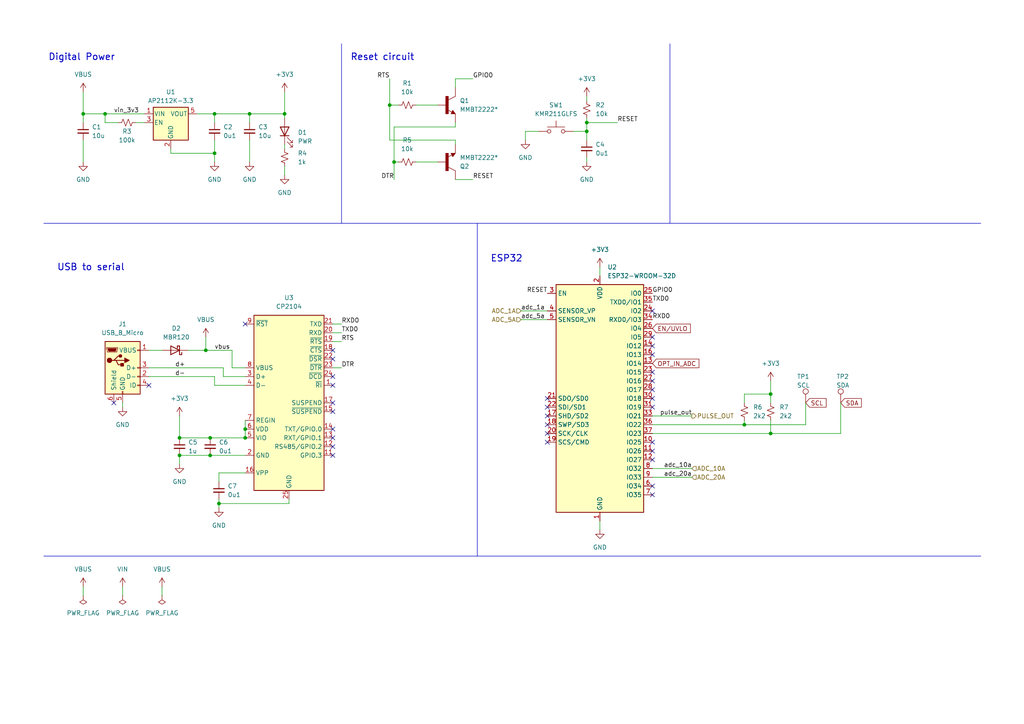
<source format=kicad_sch>
(kicad_sch (version 20230121) (generator eeschema)
  (paper "A4")
  (lib_symbols
    (symbol "Connector:TestPoint" (pin_numbers hide) (pin_names (offset 0.762) hide)
      (property "Reference" "TP" (at 0 6.858 0))
      (property "Value" "TestPoint" (at 0 5.08 0))
      (symbol "TestPoint_0_1"
        (circle (center 0 3.302) (radius 0.762))
      )
      (symbol "TestPoint_1_1"
        (pin passive line (at 0 0 90) (length 2.54) (name "1") (number "1"))
      )
    )
    (symbol "Connector:USB_B_Micro" (pin_names (offset 1.016))
      (property "Reference" "J" (at -5.08 11.43 0))
      (property "Value" "USB_B_Micro" (at -5.08 8.89 0))
      (symbol "USB_B_Micro_0_1"
        (rectangle (start -5.08 -7.62) (end 5.08 7.62) (stroke (width 0.254)) (fill (type background)))
        (circle (center -3.81 2.159) (radius 0.635) (stroke (width 0.254)) (fill (type outline)))
        (circle (center -0.635 3.429) (radius 0.381) (stroke (width 0.254)) (fill (type outline)))
        (rectangle (start -0.127 -7.62) (end 0.127 -6.858))
        (polyline (pts (xy -1.905 2.159) (xy 0.635 2.159)) (stroke (width 0.254)))
        (polyline (pts (xy -3.175 2.159) (xy -2.54 2.159) (xy -1.27 3.429) (xy -0.635 3.429)) (stroke (width 0.254)))
        (polyline (pts (xy -2.54 2.159) (xy -1.905 2.159) (xy -1.27 0.889) (xy 0 0.889)) (stroke (width 0.254)))
        (polyline (pts (xy 0.635 2.794) (xy 0.635 1.524) (xy 1.905 2.159) (xy 0.635 2.794)) (stroke (width 0.254)) (fill (type outline)))
        (polyline (pts (xy -4.318 5.588) (xy -1.778 5.588) (xy -2.032 4.826) (xy -4.064 4.826) (xy -4.318 5.588)) (fill (type outline)))
        (polyline (pts (xy -4.699 5.842) (xy -4.699 5.588) (xy -4.445 4.826) (xy -4.445 4.572) (xy -1.651 4.572) (xy -1.651 4.826) (xy -1.397 5.588) (xy -1.397 5.842) (xy -4.699 5.842)))
        (rectangle (start 0.254 1.27) (end -0.508 0.508) (stroke (width 0.254)) (fill (type outline)))
        (rectangle (start 5.08 -5.207) (end 4.318 -4.953))
        (rectangle (start 5.08 -2.667) (end 4.318 -2.413))
        (rectangle (start 5.08 -0.127) (end 4.318 0.127))
        (rectangle (start 5.08 4.953) (end 4.318 5.207))
      )
      (symbol "USB_B_Micro_1_1"
        (pin power_out line (at 7.62 5.08 180) (length 2.54) (name "VBUS") (number "1"))
        (pin bidirectional line (at 7.62 -2.54 180) (length 2.54) (name "D-") (number "2"))
        (pin bidirectional line (at 7.62 0 180) (length 2.54) (name "D+") (number "3"))
        (pin passive line (at 7.62 -5.08 180) (length 2.54) (name "ID") (number "4"))
        (pin power_out line (at 0 -10.16 90) (length 2.54) (name "GND") (number "5"))
        (pin passive line (at -2.54 -10.16 90) (length 2.54) (name "Shield") (number "6"))
      )
    )
    (symbol "DW_custom_symbols:CP2104"
      (property "Reference" "U2" (at 0 30.48 0))
      (property "Value" "CP2104" (at 0 27.94 0))
      (symbol "CP2104_1_1"
        (rectangle (start -10.16 25.4) (end 10.16 -25.4) (stroke (width 0.254)) (fill (type background)))
        (pin input line (at 12.7 5.08 180) (length 2.54) (name "~{RI}") (number "1"))
        (pin no_connect line (at 10.16 -20.32 180) (length 2.54) hide (name "NC") (number "10"))
        (pin bidirectional line (at 12.7 -15.24 180) (length 2.54) (name "GPIO.3") (number "11"))
        (pin bidirectional line (at 12.7 -12.7 180) (length 2.54) (name "RS485/GPIO.2") (number "12"))
        (pin bidirectional line (at 12.7 -10.16 180) (length 2.54) (name "RXT/GPIO.1") (number "13"))
        (pin bidirectional line (at 12.7 -7.62 180) (length 2.54) (name "TXT/GPIO.0") (number "14"))
        (pin output line (at 12.7 -2.54 180) (length 2.54) (name "~{SUSPEND}") (number "15"))
        (pin passive line (at -12.7 -20.32 0) (length 2.54) (name "VPP") (number "16"))
        (pin output line (at 12.7 0 180) (length 2.54) (name "SUSPEND") (number "17"))
        (pin input line (at 12.7 15.24 180) (length 2.54) (name "~{CTS}") (number "18"))
        (pin output line (at 12.7 17.78 180) (length 2.54) (name "~{RTS}") (number "19"))
        (pin power_in line (at -12.7 -15.24 0) (length 2.54) (name "GND") (number "2"))
        (pin input line (at 12.7 20.32 180) (length 2.54) (name "RXD") (number "20"))
        (pin output line (at 12.7 22.86 180) (length 2.54) (name "TXD") (number "21"))
        (pin input line (at 12.7 12.7 180) (length 2.54) (name "~{DSR}") (number "22"))
        (pin output line (at 12.7 10.16 180) (length 2.54) (name "~{DTR}") (number "23"))
        (pin input line (at 12.7 7.62 180) (length 2.54) (name "~{DCD}") (number "24"))
        (pin passive line (at 0 -27.94 90) (length 2.54) (name "GND") (number "25"))
        (pin bidirectional line (at -12.7 7.62 0) (length 2.54) (name "D+") (number "3"))
        (pin bidirectional line (at -12.7 5.08 0) (length 2.54) (name "D-") (number "4"))
        (pin power_in line (at -12.7 -10.16 0) (length 2.54) (name "VIO") (number "5"))
        (pin power_in line (at -12.7 -7.62 0) (length 2.54) (name "VDD") (number "6"))
        (pin power_in line (at -12.7 -5.08 0) (length 2.54) (name "REGIN") (number "7"))
        (pin input line (at -12.7 10.16 0) (length 2.54) (name "VBUS") (number "8"))
        (pin bidirectional line (at -12.7 22.86 0) (length 2.54) (name "~{RST}") (number "9"))
      )
    )
    (symbol "DW_custom_symbols:MMBT2222*" (pin_numbers hide) (pin_names (offset 1.016) hide)
      (property "Reference" "Q" (at -10.16 7.62 0))
      (property "Value" "MMBT2222*" (at -10.1854 5.08 0))
      (symbol "MMBT2222*_0_0"
        (rectangle (start -0.254 -2.54) (end 0.508 2.54) (fill (type outline)))
        (polyline (pts (xy 1.27 -2.54) (xy 1.778 -1.524)) (stroke (width 0.1524)))
        (polyline (pts (xy 1.524 -2.413) (xy 2.286 -2.413)) (stroke (width 0.254)))
        (polyline (pts (xy 1.524 -2.286) (xy 1.905 -2.286)) (stroke (width 0.254)))
        (polyline (pts (xy 1.5494 -2.032) (xy 0.3048 -1.4224)) (stroke (width 0.1524)))
        (polyline (pts (xy 1.778 -1.778) (xy 1.524 -2.286)) (stroke (width 0.254)))
        (polyline (pts (xy 1.778 -1.524) (xy 2.54 -2.54)) (stroke (width 0.1524)))
        (polyline (pts (xy 1.905 -2.286) (xy 1.778 -2.032)) (stroke (width 0.254)))
        (polyline (pts (xy 2.286 -2.413) (xy 1.778 -1.778)) (stroke (width 0.254)))
        (polyline (pts (xy 2.54 -2.54) (xy 1.27 -2.54)) (stroke (width 0.1524)))
        (polyline (pts (xy 2.54 2.54) (xy 0.508 1.524)) (stroke (width 0.1524)))
      )
      (symbol "MMBT2222*_1_0"
        (pin passive line (at -2.54 0 0) (length 2.54) (name "~") (number "1"))
        (pin passive line (at 2.54 -5.08 90) (length 2.54) (name "~") (number "2"))
        (pin passive line (at 2.54 5.08 270) (length 2.54) (name "~") (number "3"))
      )
    )
    (symbol "DW_custom_symbols:VIN" (power) (pin_names (offset 0))
      (property "Value" "VIN" (at 0 6.35 0))
      (symbol "VIN_0_1"
        (polyline (pts (xy -0.762 1.27) (xy 0 2.54)))
        (polyline (pts (xy 0 0) (xy 0 2.54)))
        (polyline (pts (xy 0 2.54) (xy 0.762 1.27)))
      )
      (symbol "VIN_1_1"
        (pin power_in line (at 0 0 90) (length 0) hide (name "VIN") (number "1"))
      )
    )
    (symbol "Device:C_Small" (pin_numbers hide) (pin_names (offset 0.254) hide)
      (property "Reference" "C" (at 0.254 1.778 0))
      (property "Value" "C_Small" (at 0.254 -2.032 0))
      (symbol "C_Small_0_1"
        (polyline (pts (xy -1.524 -0.508) (xy 1.524 -0.508)) (stroke (width 0.3302)))
        (polyline (pts (xy -1.524 0.508) (xy 1.524 0.508)) (stroke (width 0.3048)))
      )
      (symbol "C_Small_1_1"
        (pin passive line (at 0 2.54 270) (length 2.032) (name "~") (number "1"))
        (pin passive line (at 0 -2.54 90) (length 2.032) (name "~") (number "2"))
      )
    )
    (symbol "Device:D_Schottky" (pin_numbers hide) (pin_names (offset 1.016) hide)
      (property "Reference" "D" (at 0 2.54 0))
      (property "Value" "D_Schottky" (at 0 -2.54 0))
      (symbol "D_Schottky_0_1"
        (polyline (pts (xy 1.27 0) (xy -1.27 0)))
        (polyline (pts (xy 1.27 1.27) (xy 1.27 -1.27) (xy -1.27 0) (xy 1.27 1.27)) (stroke (width 0.254)))
        (polyline (pts (xy -1.905 0.635) (xy -1.905 1.27) (xy -1.27 1.27) (xy -1.27 -1.27) (xy -0.635 -1.27) (xy -0.635 -0.635)) (stroke (width 0.254)))
      )
      (symbol "D_Schottky_1_1"
        (pin passive line (at -3.81 0 0) (length 2.54) (name "K") (number "1"))
        (pin passive line (at 3.81 0 180) (length 2.54) (name "A") (number "2"))
      )
    )
    (symbol "Device:LED" (pin_numbers hide) (pin_names (offset 1.016) hide)
      (property "Reference" "D" (at 0 2.54 0))
      (property "Value" "LED" (at 0 -2.54 0))
      (symbol "LED_0_1"
        (polyline (pts (xy -1.27 -1.27) (xy -1.27 1.27)) (stroke (width 0.254)))
        (polyline (pts (xy -1.27 0) (xy 1.27 0)))
        (polyline (pts (xy 1.27 -1.27) (xy 1.27 1.27) (xy -1.27 0) (xy 1.27 -1.27)) (stroke (width 0.254)))
        (polyline (pts (xy -3.048 -0.762) (xy -4.572 -2.286) (xy -3.81 -2.286) (xy -4.572 -2.286) (xy -4.572 -1.524)))
        (polyline (pts (xy -1.778 -0.762) (xy -3.302 -2.286) (xy -2.54 -2.286) (xy -3.302 -2.286) (xy -3.302 -1.524)))
      )
      (symbol "LED_1_1"
        (pin passive line (at -3.81 0 0) (length 2.54) (name "K") (number "1"))
        (pin passive line (at 3.81 0 180) (length 2.54) (name "A") (number "2"))
      )
    )
    (symbol "Device:R_Small_US" (pin_numbers hide) (pin_names (offset 0.254) hide)
      (property "Reference" "R" (at 0.762 0.508 0))
      (property "Value" "R_Small_US" (at 0.762 -1.016 0))
      (symbol "R_Small_US_1_1"
        (polyline (pts (xy 0 0) (xy 1.016 -0.381) (xy 0 -0.762) (xy -1.016 -1.143) (xy 0 -1.524)))
        (polyline (pts (xy 0 1.524) (xy 1.016 1.143) (xy 0 0.762) (xy -1.016 0.381) (xy 0 0)))
        (pin passive line (at 0 2.54 270) (length 1.016) (name "~") (number "1"))
        (pin passive line (at 0 -2.54 90) (length 1.016) (name "~") (number "2"))
      )
    )
    (symbol "RF_Module:ESP32-WROOM-32D"
      (property "Reference" "U" (at -12.7 34.29 0))
      (property "Value" "ESP32-WROOM-32D" (at 1.27 34.29 0))
      (symbol "ESP32-WROOM-32D_0_1"
        (rectangle (start -12.7 33.02) (end 12.7 -33.02) (stroke (width 0.254)) (fill (type background)))
      )
      (symbol "ESP32-WROOM-32D_1_1"
        (pin power_in line (at 0 -35.56 90) (length 2.54) (name "GND") (number "1"))
        (pin bidirectional line (at 15.24 -12.7 180) (length 2.54) (name "IO25") (number "10"))
        (pin bidirectional line (at 15.24 -15.24 180) (length 2.54) (name "IO26") (number "11"))
        (pin bidirectional line (at 15.24 -17.78 180) (length 2.54) (name "IO27") (number "12"))
        (pin bidirectional line (at 15.24 10.16 180) (length 2.54) (name "IO14") (number "13"))
        (pin bidirectional line (at 15.24 15.24 180) (length 2.54) (name "IO12") (number "14"))
        (pin passive line (at 0 -35.56 90) (length 2.54) hide (name "GND") (number "15"))
        (pin bidirectional line (at 15.24 12.7 180) (length 2.54) (name "IO13") (number "16"))
        (pin bidirectional line (at -15.24 -5.08 0) (length 2.54) (name "SHD/SD2") (number "17"))
        (pin bidirectional line (at -15.24 -7.62 0) (length 2.54) (name "SWP/SD3") (number "18"))
        (pin bidirectional line (at -15.24 -12.7 0) (length 2.54) (name "SCS/CMD") (number "19"))
        (pin power_in line (at 0 35.56 270) (length 2.54) (name "VDD") (number "2"))
        (pin bidirectional line (at -15.24 -10.16 0) (length 2.54) (name "SCK/CLK") (number "20"))
        (pin bidirectional line (at -15.24 0 0) (length 2.54) (name "SDO/SD0") (number "21"))
        (pin bidirectional line (at -15.24 -2.54 0) (length 2.54) (name "SDI/SD1") (number "22"))
        (pin bidirectional line (at 15.24 7.62 180) (length 2.54) (name "IO15") (number "23"))
        (pin bidirectional line (at 15.24 25.4 180) (length 2.54) (name "IO2") (number "24"))
        (pin bidirectional line (at 15.24 30.48 180) (length 2.54) (name "IO0") (number "25"))
        (pin bidirectional line (at 15.24 20.32 180) (length 2.54) (name "IO4") (number "26"))
        (pin bidirectional line (at 15.24 5.08 180) (length 2.54) (name "IO16") (number "27"))
        (pin bidirectional line (at 15.24 2.54 180) (length 2.54) (name "IO17") (number "28"))
        (pin bidirectional line (at 15.24 17.78 180) (length 2.54) (name "IO5") (number "29"))
        (pin input line (at -15.24 30.48 0) (length 2.54) (name "EN") (number "3"))
        (pin bidirectional line (at 15.24 0 180) (length 2.54) (name "IO18") (number "30"))
        (pin bidirectional line (at 15.24 -2.54 180) (length 2.54) (name "IO19") (number "31"))
        (pin no_connect line (at -12.7 -27.94 0) (length 2.54) hide (name "NC") (number "32"))
        (pin bidirectional line (at 15.24 -5.08 180) (length 2.54) (name "IO21") (number "33"))
        (pin bidirectional line (at 15.24 22.86 180) (length 2.54) (name "RXD0/IO3") (number "34"))
        (pin bidirectional line (at 15.24 27.94 180) (length 2.54) (name "TXD0/IO1") (number "35"))
        (pin bidirectional line (at 15.24 -7.62 180) (length 2.54) (name "IO22") (number "36"))
        (pin bidirectional line (at 15.24 -10.16 180) (length 2.54) (name "IO23") (number "37"))
        (pin passive line (at 0 -35.56 90) (length 2.54) hide (name "GND") (number "38"))
        (pin passive line (at 0 -35.56 90) (length 2.54) hide (name "GND") (number "39"))
        (pin input line (at -15.24 25.4 0) (length 2.54) (name "SENSOR_VP") (number "4"))
        (pin input line (at -15.24 22.86 0) (length 2.54) (name "SENSOR_VN") (number "5"))
        (pin input line (at 15.24 -25.4 180) (length 2.54) (name "IO34") (number "6"))
        (pin input line (at 15.24 -27.94 180) (length 2.54) (name "IO35") (number "7"))
        (pin bidirectional line (at 15.24 -20.32 180) (length 2.54) (name "IO32") (number "8"))
        (pin bidirectional line (at 15.24 -22.86 180) (length 2.54) (name "IO33") (number "9"))
      )
    )
    (symbol "Regulator_Linear:AP2112K-3.3" (pin_names (offset 0.254))
      (property "Reference" "U" (at -5.08 5.715 0))
      (property "Value" "AP2112K-3.3" (at 0 5.715 0))
      (symbol "AP2112K-3.3_0_1"
        (rectangle (start -5.08 4.445) (end 5.08 -5.08) (stroke (width 0.254)) (fill (type background)))
      )
      (symbol "AP2112K-3.3_1_1"
        (pin power_in line (at -7.62 2.54 0) (length 2.54) (name "VIN") (number "1"))
        (pin power_in line (at 0 -7.62 90) (length 2.54) (name "GND") (number "2"))
        (pin input line (at -7.62 0 0) (length 2.54) (name "EN") (number "3"))
        (pin no_connect line (at 5.08 0 180) (length 2.54) hide (name "NC") (number "4"))
        (pin power_out line (at 7.62 2.54 180) (length 2.54) (name "VOUT") (number "5"))
      )
    )
    (symbol "Switch:SW_Push" (pin_numbers hide) (pin_names (offset 1.016) hide)
      (property "Reference" "SW" (at 1.27 2.54 0))
      (property "Value" "SW_Push" (at 0 -1.524 0))
      (symbol "SW_Push_0_1"
        (circle (center -2.032 0) (radius 0.508))
        (polyline (pts (xy 0 1.27) (xy 0 3.048)))
        (polyline (pts (xy 2.54 1.27) (xy -2.54 1.27)))
        (circle (center 2.032 0) (radius 0.508))
        (pin passive line (at -5.08 0 0) (length 2.54) (name "1") (number "1"))
        (pin passive line (at 5.08 0 180) (length 2.54) (name "2") (number "2"))
      )
    )
    (symbol "power:+3V3" (power) (pin_names (offset 0))
      (property "Value" "+3V3" (at 0 3.556 0))
      (symbol "+3V3_0_1"
        (polyline (pts (xy -0.762 1.27) (xy 0 2.54)))
        (polyline (pts (xy 0 0) (xy 0 2.54)))
        (polyline (pts (xy 0 2.54) (xy 0.762 1.27)))
      )
      (symbol "+3V3_1_1"
        (pin power_in line (at 0 0 90) (length 0) hide (name "+3V3") (number "1"))
      )
    )
    (symbol "power:GND" (power) (pin_names (offset 0))
      (property "Value" "GND" (at 0 -3.81 0))
      (symbol "GND_0_1"
        (polyline (pts (xy 0 0) (xy 0 -1.27) (xy 1.27 -1.27) (xy 0 -2.54) (xy -1.27 -1.27) (xy 0 -1.27)))
      )
      (symbol "GND_1_1"
        (pin power_in line (at 0 0 270) (length 0) hide (name "GND") (number "1"))
      )
    )
    (symbol "power:PWR_FLAG" (power) (pin_numbers hide) (pin_names (offset 0) hide)
      (property "Value" "PWR_FLAG" (at 0 3.81 0))
      (symbol "PWR_FLAG_0_0"
        (pin power_out line (at 0 0 90) (length 0) (name "pwr") (number "1"))
      )
      (symbol "PWR_FLAG_0_1"
        (polyline (pts (xy 0 0) (xy 0 1.27) (xy -1.016 1.905) (xy 0 2.54) (xy 1.016 1.905) (xy 0 1.27)))
      )
    )
    (symbol "power:VBUS" (power) (pin_names (offset 0))
      (property "Value" "VBUS" (at 0 3.81 0))
      (symbol "VBUS_0_1"
        (polyline (pts (xy -0.762 1.27) (xy 0 2.54)))
        (polyline (pts (xy 0 0) (xy 0 2.54)))
        (polyline (pts (xy 0 2.54) (xy 0.762 1.27)))
      )
      (symbol "VBUS_1_1"
        (pin power_in line (at 0 0 90) (length 0) hide (name "VBUS") (number "1"))
      )
    )
  )
  (junction (at 60.96 127))
  (junction (at 113.03 30.48))
  (junction (at 215.9 123.19))
  (junction (at 223.52 114.3))
  (junction (at 30.48 33.02))
  (junction (at 24.13 33.02))
  (junction (at 82.55 33.02))
  (junction (at 71.12 127))
  (junction (at 170.18 38.1))
  (junction (at 170.18 35.56))
  (junction (at 223.52 125.73))
  (junction (at 71.12 124.46))
  (junction (at 72.39 33.02))
  (junction (at 63.5 146.05))
  (junction (at 52.07 127))
  (junction (at 59.69 101.6))
  (junction (at 62.23 44.45))
  (junction (at 114.3 46.99))
  (junction (at 60.96 132.08))
  (junction (at 52.07 132.08))
  (junction (at 62.23 33.02))
  (no_connect (at 96.52 132.08))
  (no_connect (at 189.23 115.57))
  (no_connect (at 158.75 118.11))
  (no_connect (at 189.23 102.87))
  (no_connect (at 158.75 125.73))
  (no_connect (at 189.23 143.51))
  (no_connect (at 96.52 111.76))
  (no_connect (at 71.12 93.98))
  (no_connect (at 189.23 113.03))
  (no_connect (at 158.75 123.19))
  (no_connect (at 96.52 104.14))
  (no_connect (at 189.23 107.95))
  (no_connect (at 189.23 118.11))
  (no_connect (at 189.23 110.49))
  (no_connect (at 96.52 129.54))
  (no_connect (at 158.75 128.27))
  (no_connect (at 189.23 130.81))
  (no_connect (at 189.23 140.97))
  (no_connect (at 189.23 133.35))
  (no_connect (at 96.52 119.38))
  (no_connect (at 189.23 90.17))
  (no_connect (at 96.52 109.22))
  (no_connect (at 158.75 120.65))
  (no_connect (at 96.52 127))
  (no_connect (at 189.23 97.79))
  (no_connect (at 33.02 116.84))
  (no_connect (at 96.52 101.6))
  (no_connect (at 96.52 124.46))
  (no_connect (at 96.52 116.84))
  (no_connect (at 43.18 111.76))
  (no_connect (at 158.75 115.57))
  (no_connect (at 189.23 128.27))
  (no_connect (at 189.23 100.33))
  (polyline (pts (xy 194.31 64.77) (xy 284.48 64.77)))
  (wire (pts (xy 96.52 99.06) (xy 99.06 99.06)))
  (wire (pts (xy 223.52 121.92) (xy 223.52 125.73)))
  (wire (pts (xy 189.23 123.19) (xy 215.9 123.19)))
  (wire (pts (xy 83.82 144.78) (xy 83.82 146.05)))
  (wire (pts (xy 215.9 121.92) (xy 215.9 123.19)))
  (wire (pts (xy 52.07 132.08) (xy 52.07 134.62)))
  (wire (pts (xy 63.5 137.16) (xy 63.5 139.7)))
  (wire (pts (xy 52.07 120.65) (xy 52.07 127)))
  (wire (pts (xy 30.48 33.02) (xy 41.91 33.02)))
  (wire (pts (xy 132.08 52.07) (xy 137.16 52.07)))
  (wire (pts (xy 83.82 146.05) (xy 63.5 146.05)))
  (wire (pts (xy 215.9 123.19) (xy 233.68 123.19)))
  (wire (pts (xy 67.31 101.6) (xy 59.69 101.6)))
  (wire (pts (xy 49.53 43.18) (xy 49.53 44.45)))
  (wire (pts (xy 189.23 120.65) (xy 200.66 120.65)))
  (wire (pts (xy 71.12 121.92) (xy 71.12 124.46)))
  (wire (pts (xy 64.77 109.22) (xy 71.12 109.22)))
  (wire (pts (xy 189.23 138.43) (xy 200.66 138.43)))
  (wire (pts (xy 223.52 114.3) (xy 223.52 116.84)))
  (wire (pts (xy 114.3 46.99) (xy 114.3 52.07)))
  (wire (pts (xy 173.99 77.47) (xy 173.99 80.01)))
  (wire (pts (xy 170.18 45.72) (xy 170.18 46.99)))
  (wire (pts (xy 132.08 41.91) (xy 132.08 40.64)))
  (wire (pts (xy 170.18 27.94) (xy 170.18 29.21)))
  (wire (pts (xy 243.84 116.84) (xy 243.84 125.73)))
  (wire (pts (xy 96.52 93.98) (xy 99.06 93.98)))
  (wire (pts (xy 173.99 151.13) (xy 173.99 153.67)))
  (wire (pts (xy 170.18 40.64) (xy 170.18 38.1)))
  (wire (pts (xy 24.13 33.02) (xy 24.13 35.56)))
  (wire (pts (xy 60.96 132.08) (xy 71.12 132.08)))
  (wire (pts (xy 62.23 40.64) (xy 62.23 44.45)))
  (wire (pts (xy 170.18 35.56) (xy 179.07 35.56)))
  (wire (pts (xy 132.08 40.64) (xy 113.03 40.64)))
  (wire (pts (xy 82.55 33.02) (xy 82.55 34.29)))
  (polyline (pts (xy 138.43 161.29) (xy 284.48 161.29)))
  (polyline (pts (xy 138.43 64.77) (xy 138.43 161.29)))
  (wire (pts (xy 215.9 114.3) (xy 223.52 114.3)))
  (wire (pts (xy 62.23 33.02) (xy 72.39 33.02)))
  (wire (pts (xy 132.08 25.4) (xy 132.08 22.86)))
  (wire (pts (xy 59.69 97.79) (xy 59.69 101.6)))
  (wire (pts (xy 62.23 109.22) (xy 62.23 111.76)))
  (polyline (pts (xy 194.31 12.7) (xy 194.31 64.77)))
  (wire (pts (xy 96.52 106.68) (xy 99.06 106.68)))
  (wire (pts (xy 170.18 34.29) (xy 170.18 35.56)))
  (wire (pts (xy 71.12 124.46) (xy 71.12 127)))
  (wire (pts (xy 114.3 36.83) (xy 114.3 46.99)))
  (wire (pts (xy 24.13 170.18) (xy 24.13 172.72)))
  (wire (pts (xy 60.96 127) (xy 71.12 127)))
  (wire (pts (xy 96.52 96.52) (xy 99.06 96.52)))
  (wire (pts (xy 113.03 30.48) (xy 115.57 30.48)))
  (wire (pts (xy 24.13 26.67) (xy 24.13 33.02)))
  (wire (pts (xy 152.4 38.1) (xy 156.21 38.1)))
  (wire (pts (xy 223.52 125.73) (xy 243.84 125.73)))
  (polyline (pts (xy 12.7 64.77) (xy 99.06 64.77)))
  (wire (pts (xy 30.48 33.02) (xy 30.48 35.56)))
  (wire (pts (xy 233.68 116.84) (xy 233.68 123.19)))
  (wire (pts (xy 132.08 35.56) (xy 132.08 36.83)))
  (wire (pts (xy 24.13 33.02) (xy 30.48 33.02)))
  (wire (pts (xy 49.53 44.45) (xy 62.23 44.45)))
  (wire (pts (xy 46.99 170.18) (xy 46.99 172.72)))
  (wire (pts (xy 62.23 33.02) (xy 62.23 35.56)))
  (wire (pts (xy 82.55 48.26) (xy 82.55 50.8)))
  (wire (pts (xy 57.15 33.02) (xy 62.23 33.02)))
  (wire (pts (xy 62.23 111.76) (xy 71.12 111.76)))
  (polyline (pts (xy 99.06 12.7) (xy 99.06 64.77)))
  (wire (pts (xy 35.56 116.84) (xy 35.56 118.11)))
  (wire (pts (xy 82.55 33.02) (xy 72.39 33.02)))
  (wire (pts (xy 151.13 90.17) (xy 158.75 90.17)))
  (wire (pts (xy 114.3 46.99) (xy 115.57 46.99)))
  (wire (pts (xy 189.23 125.73) (xy 223.52 125.73)))
  (wire (pts (xy 67.31 106.68) (xy 67.31 101.6)))
  (wire (pts (xy 189.23 135.89) (xy 200.66 135.89)))
  (wire (pts (xy 54.61 101.6) (xy 59.69 101.6)))
  (wire (pts (xy 170.18 38.1) (xy 166.37 38.1)))
  (wire (pts (xy 71.12 137.16) (xy 63.5 137.16)))
  (wire (pts (xy 215.9 116.84) (xy 215.9 114.3)))
  (wire (pts (xy 113.03 40.64) (xy 113.03 30.48)))
  (wire (pts (xy 113.03 22.86) (xy 113.03 30.48)))
  (polyline (pts (xy 12.7 161.29) (xy 138.43 161.29)))
  (wire (pts (xy 152.4 40.64) (xy 152.4 38.1)))
  (wire (pts (xy 39.37 35.56) (xy 41.91 35.56)))
  (wire (pts (xy 151.13 92.71) (xy 158.75 92.71)))
  (wire (pts (xy 82.55 41.91) (xy 82.55 43.18)))
  (wire (pts (xy 223.52 114.3) (xy 223.52 110.49)))
  (wire (pts (xy 132.08 36.83) (xy 114.3 36.83)))
  (wire (pts (xy 120.65 46.99) (xy 127 46.99)))
  (wire (pts (xy 71.12 106.68) (xy 67.31 106.68)))
  (wire (pts (xy 72.39 33.02) (xy 72.39 35.56)))
  (wire (pts (xy 52.07 127) (xy 60.96 127)))
  (polyline (pts (xy 99.06 64.77) (xy 194.31 64.77)))
  (wire (pts (xy 34.29 35.56) (xy 30.48 35.56)))
  (wire (pts (xy 43.18 109.22) (xy 62.23 109.22)))
  (wire (pts (xy 43.18 106.68) (xy 64.77 106.68)))
  (wire (pts (xy 82.55 26.67) (xy 82.55 33.02)))
  (wire (pts (xy 72.39 40.64) (xy 72.39 46.99)))
  (wire (pts (xy 43.18 101.6) (xy 46.99 101.6)))
  (wire (pts (xy 24.13 40.64) (xy 24.13 46.99)))
  (wire (pts (xy 52.07 132.08) (xy 60.96 132.08)))
  (wire (pts (xy 63.5 146.05) (xy 63.5 147.32)))
  (wire (pts (xy 170.18 35.56) (xy 170.18 38.1)))
  (wire (pts (xy 120.65 30.48) (xy 127 30.48)))
  (wire (pts (xy 63.5 144.78) (xy 63.5 146.05)))
  (wire (pts (xy 35.56 170.18) (xy 35.56 172.72)))
  (wire (pts (xy 64.77 106.68) (xy 64.77 109.22)))
  (wire (pts (xy 132.08 22.86) (xy 137.16 22.86)))
  (wire (pts (xy 62.23 44.45) (xy 62.23 46.99)))
  (text "USB to serial" (at 16.51 78.74 0) (effects (font (size 1.905 1.905) (thickness 0.254) bold) (justify left bottom)))
  (text "ESP32" (at 142.24 76.2 0) (effects (font (size 1.905 1.905) (thickness 0.254) bold) (justify left bottom)))
  (text "Digital Power" (at 13.97 17.78 0) (effects (font (size 1.905 1.905) (thickness 0.254) bold) (justify left bottom)))
  (text "Reset circuit" (at 101.6 17.78 0) (effects (font (size 1.905 1.905) (thickness 0.254) bold) (justify left bottom)))
  (label "RTS" (at 113.03 22.86 180))
  (label "DTR" (at 114.3 52.07 180))
  (label "GPIO0" (at 137.16 22.86 0))
  (label "RESET" (at 137.16 52.07 0))
  (label "RXD0" (at 189.23 92.71 0))
  (label "TXD0" (at 99.06 96.52 0))
  (label "RESET" (at 158.75 85.09 180))
  (label "vin_3v3" (at 33.02 33.02 0))
  (label "RESET" (at 179.07 35.56 0))
  (label "d+" (at 50.8 106.68 0))
  (label "DTR" (at 99.06 106.68 0))
  (label "adc_1a" (at 151.13 90.17 0))
  (label "vbus" (at 62.23 101.6 0))
  (label "adc_20a" (at 200.66 138.43 180))
  (label "RXD0" (at 99.06 93.98 0))
  (label "RTS" (at 99.06 99.06 0))
  (label "d-" (at 50.8 109.22 0))
  (label "pulse_out" (at 200.66 120.65 180))
  (label "adc_5a" (at 151.13 92.71 0))
  (label "adc_10a" (at 200.66 135.89 180))
  (label "GPIO0" (at 189.23 85.09 0))
  (label "TXD0" (at 189.23 87.63 0))
  (global_label "OPT_IN_ADC" (shape input) (at 189.23 105.41 0) (property "Intersheetrefs" "${INTERSHEET_REFS}" (effects hide)))
  (global_label "EN{slash}UVLO" (shape input) (at 189.23 95.25 0) (property "Intersheetrefs" "${INTERSHEET_REFS}" (effects hide)))
  (global_label "SDA" (shape input) (at 243.84 116.84 0) (property "Intersheetrefs" "${INTERSHEET_REFS}" (effects hide)))
  (global_label "SCL" (shape input) (at 233.68 116.84 0) (property "Intersheetrefs" "${INTERSHEET_REFS}" (effects hide)))
  (hierarchical_label "ADC_10A" (shape input) (at 200.66 135.89 0))
  (hierarchical_label "ADC_1A" (shape input) (at 151.13 90.17 180))
  (hierarchical_label "ADC_5A" (shape input) (at 151.13 92.71 180))
  (hierarchical_label "PULSE_OUT" (shape output) (at 200.66 120.65 0))
  (hierarchical_label "ADC_20A" (shape input) (at 200.66 138.43 0))
  (symbol (lib_id "power:GND") (at 72.39 46.99 0) (unit 1)
    (property "Reference" "#PWR07" (effects hide))
    (property "Value" "GND" (at 72.39 52.07 0))
    (instances (project "kicad_pulse_supply-rev-C" (path "" (reference "#PWR07") (unit 1)) (path "" (reference "#PWR031") (unit 1))))
  )
  (symbol (lib_id "power:+3V3") (at 170.18 27.94 0) (unit 1)
    (property "Reference" "#PWR03" (effects hide))
    (property "Value" "+3V3" (at 170.18 22.86 0))
    (instances (project "kicad_pulse_supply-rev-C" (path "" (reference "#PWR03") (unit 1)) (path "" (reference "#PWR035") (unit 1))))
  )
  (symbol (lib_id "Device:D_Schottky") (at 50.8 101.6 180) (unit 1)
    (property "Reference" "D2" (at 51.1175 95.25 0))
    (property "Value" "MBR120" (at 51.1175 97.79 0))
    (property "Footprint" "Diode_SMD:D_SOD-123F" (effects hide))
  )
  (symbol (lib_id "power:GND") (at 152.4 40.64 0) (unit 1)
    (property "Reference" "#PWR04" (effects hide))
    (property "Value" "GND" (at 152.4 45.72 0))
    (instances (project "kicad_pulse_supply-rev-C" (path "" (reference "#PWR04") (unit 1)) (path "" (reference "#PWR031") (unit 1))))
  )
  (symbol (lib_id "Device:R_Small_US") (at 215.9 119.38 180) (unit 1)
    (property "Reference" "R6" (at 218.44 118.11 0) (effects (justify right)))
    (property "Value" "2k2" (at 218.44 120.65 0) (effects (justify right)))
    (property "Footprint" "Resistor_SMD:R_0603_1608Metric_Pad0.98x0.95mm_HandSolder" (effects hide))
  )
  (symbol (lib_id "Connector:TestPoint") (at 243.84 116.84 0) (unit 1)
    (property "Reference" "TP2" (at 242.57 109.22 0) (effects (justify left)))
    (property "Value" "SDA" (at 242.57 111.76 0) (effects (justify left)))
    (property "Footprint" "DW_Library:Keystone-1502-2" (effects hide))
    (property "Part" "Keystone 1502-2" (effects hide))
  )
  (symbol (lib_id "RF_Module:ESP32-WROOM-32D") (at 173.99 115.57 0) (unit 1)
    (property "Reference" "U2" (at 176.1841 77.47 0) (effects (justify left)))
    (property "Value" "ESP32-WROOM-32D" (at 176.1841 80.01 0) (effects (justify left)))
    (property "Footprint" "RF_Module:ESP32-WROOM-32D" (effects hide))
    (property "Datasheet" "https://www.espressif.com/sites/default/files/documentation/esp32-wroom-32d_esp32-wroom-32u_datasheet_en.pdf" (effects hide))
  )
  (symbol (lib_id "Device:R_Small_US") (at 170.18 31.75 180) (unit 1)
    (property "Reference" "R2" (at 172.72 30.48 0) (effects (justify right)))
    (property "Value" "10k" (at 172.72 33.02 0) (effects (justify right)))
    (property "Footprint" "Resistor_SMD:R_0603_1608Metric_Pad0.98x0.95mm_HandSolder" (effects hide))
  )
  (symbol (lib_id "power:GND") (at 170.18 46.99 0) (unit 1)
    (property "Reference" "#PWR08" (effects hide))
    (property "Value" "GND" (at 170.18 52.07 0))
    (instances (project "kicad_pulse_supply-rev-C" (path "" (reference "#PWR08") (unit 1)) (path "" (reference "#PWR031") (unit 1))))
  )
  (symbol (lib_id "Device:C_Small") (at 52.07 129.54 0) (unit 1)
    (property "Reference" "C5" (at 54.61 128.2763 0) (effects (justify left)))
    (property "Value" "1u" (at 54.61 130.8163 0) (effects (justify left)))
    (property "Footprint" "Capacitor_SMD:C_0603_1608Metric_Pad1.08x0.95mm_HandSolder" (effects hide))
  )
  (symbol (lib_id "Device:C_Small") (at 72.39 38.1 0) (unit 1)
    (property "Reference" "C3" (at 74.93 36.8363 0) (effects (justify left)))
    (property "Value" "10u" (at 74.93 39.3763 0) (effects (justify left)))
    (property "Footprint" "Capacitor_SMD:C_0805_2012Metric_Pad1.18x1.45mm_HandSolder" (effects hide))
    (instances (project "kicad_pulse_supply-rev-C" (path "" (reference "C3") (unit 1)) (path "" (reference "C17") (unit 1))))
  )
  (symbol (lib_id "power:PWR_FLAG") (at 35.56 172.72 180) (unit 1)
    (property "Reference" "#FLG02" (effects hide))
    (property "Value" "PWR_FLAG" (at 35.56 177.8 0))
  )
  (symbol (lib_id "power:GND") (at 35.56 118.11 0) (unit 1)
    (property "Reference" "#PWR013" (effects hide))
    (property "Value" "GND" (at 35.56 123.19 0))
    (instances (project "kicad_pulse_supply-rev-C" (path "" (reference "#PWR013") (unit 1)) (path "" (reference "#PWR031") (unit 1))))
  )
  (symbol (lib_id "Device:C_Small") (at 62.23 38.1 0) (unit 1)
    (property "Reference" "C2" (at 64.77 36.8363 0) (effects (justify left)))
    (property "Value" "0u1" (at 64.77 39.3763 0) (effects (justify left)))
    (property "Footprint" "Capacitor_SMD:C_0603_1608Metric_Pad1.08x0.95mm_HandSolder" (effects hide))
    (instances (project "kicad_pulse_supply-rev-C" (path "" (reference "C2") (unit 1)) (path "" (reference "C13") (unit 1))))
  )
  (symbol (lib_id "power:+3V3") (at 82.55 26.67 0) (unit 1)
    (property "Reference" "#PWR02" (effects hide))
    (property "Value" "+3V3" (at 82.55 21.59 0))
    (instances (project "kicad_pulse_supply-rev-C" (path "" (reference "#PWR02") (unit 1)) (path "" (reference "#PWR035") (unit 1))))
  )
  (symbol (lib_id "power:VBUS") (at 24.13 170.18 0) (unit 1)
    (property "Reference" "#PWR019" (effects hide))
    (property "Value" "VBUS" (at 24.13 165.1 0))
  )
  (symbol (lib_id "power:GND") (at 62.23 46.99 0) (unit 1)
    (property "Reference" "#PWR06" (effects hide))
    (property "Value" "GND" (at 62.23 52.07 0))
    (instances (project "kicad_pulse_supply-rev-C" (path "" (reference "#PWR06") (unit 1)) (path "" (reference "#PWR027") (unit 1))))
  )
  (symbol (lib_id "Connector:USB_B_Micro") (at 35.56 106.68 0) (unit 1)
    (property "Reference" "J1" (at 35.56 93.98 0))
    (property "Value" "USB_B_Micro" (at 35.56 96.52 0))
    (property "Footprint" "DW_Library:USB_Micro-B_Amphenol_10118194_Horizontal" (effects hide))
    (property "Part" "Amphenol 10118294" (effects hide))
  )
  (symbol (lib_id "Device:R_Small_US") (at 82.55 45.72 180) (unit 1)
    (property "Reference" "R4" (at 86.36 44.45 0) (effects (justify right)))
    (property "Value" "1k" (at 86.36 46.99 0) (effects (justify right)))
    (property "Footprint" "Resistor_SMD:R_0603_1608Metric_Pad0.98x0.95mm_HandSolder" (effects hide))
    (instances (project "kicad_pulse_supply-rev-C" (path "" (reference "R4") (unit 1)) (path "" (reference "R11") (unit 1))))
  )
  (symbol (lib_id "DW_custom_symbols:CP2104") (at 83.82 116.84 0) (unit 1)
    (property "Reference" "U3" (at 83.82 86.36 0))
    (property "Value" "CP2104" (at 83.82 88.9 0))
    (property "Footprint" "Package_DFN_QFN:QFN-24-1EP_4x4mm_P0.5mm_EP2.6x2.6mm" (effects hide))
    (property "Datasheet" "https://www.silabs.com/documents/public/data-sheets/cp2104.pdf" (effects hide))
  )
  (symbol (lib_id "DW_custom_symbols:MMBT2222*") (at 129.54 30.48 0) (unit 1)
    (property "Reference" "Q1" (at 133.35 29.21 0) (effects (justify left)))
    (property "Value" "MMBT2222*" (at 133.35 31.75 0) (effects (justify left)))
    (property "Footprint" "Package_TO_SOT_SMD:SOT-23" (effects hide))
  )
  (symbol (lib_id "power:GND") (at 82.55 50.8 0) (unit 1)
    (property "Reference" "#PWR09" (effects hide))
    (property "Value" "GND" (at 82.55 55.88 0))
    (instances (project "kicad_pulse_supply-rev-C" (path "" (reference "#PWR09") (unit 1)) (path "" (reference "#PWR031") (unit 1))))
  )
  (symbol (lib_id "Device:R_Small_US") (at 36.83 35.56 90) (unit 1)
    (property "Reference" "R3" (at 36.83 38.1 90))
    (property "Value" "100k" (at 36.83 40.64 90))
    (property "Footprint" "Resistor_SMD:R_0603_1608Metric_Pad0.98x0.95mm_HandSolder" (effects hide))
    (instances (project "kicad_pulse_supply-rev-C" (path "" (reference "R3") (unit 1)) (path "" (reference "R11") (unit 1))))
  )
  (symbol (lib_id "power:PWR_FLAG") (at 46.99 172.72 180) (unit 1)
    (property "Reference" "#FLG03" (effects hide))
    (property "Value" "PWR_FLAG" (at 46.99 177.8 0))
  )
  (symbol (lib_id "power:GND") (at 63.5 147.32 0) (unit 1)
    (property "Reference" "#PWR017" (effects hide))
    (property "Value" "GND" (at 63.5 152.4 0))
    (instances (project "kicad_pulse_supply-rev-C" (path "" (reference "#PWR017") (unit 1)) (path "" (reference "#PWR031") (unit 1))))
  )
  (symbol (lib_id "power:VBUS") (at 24.13 26.67 0) (unit 1)
    (property "Reference" "#PWR01" (effects hide))
    (property "Value" "VBUS" (at 24.13 21.59 0))
    (instances (project "kicad_pulse_supply-rev-C" (path "" (reference "#PWR01") (unit 1)) (path "" (reference "#PWR019") (unit 1))))
  )
  (symbol (lib_id "Device:C_Small") (at 60.96 129.54 0) (unit 1)
    (property "Reference" "C6" (at 63.5 128.2763 0) (effects (justify left)))
    (property "Value" "0u1" (at 63.5 130.8163 0) (effects (justify left)))
    (property "Footprint" "Capacitor_SMD:C_0603_1608Metric_Pad1.08x0.95mm_HandSolder" (effects hide))
  )
  (symbol (lib_id "Device:C_Small") (at 24.13 38.1 0) (unit 1)
    (property "Reference" "C1" (at 26.67 36.8363 0) (effects (justify left)))
    (property "Value" "10u" (at 26.67 39.3763 0) (effects (justify left)))
    (property "Footprint" "Capacitor_SMD:C_0805_2012Metric_Pad1.18x1.45mm_HandSolder" (effects hide))
    (instances (project "kicad_pulse_supply-rev-C" (path "" (reference "C1") (unit 1)) (path "" (reference "C9") (unit 1))))
  )
  (symbol (lib_id "Device:R_Small_US") (at 223.52 119.38 180) (unit 1)
    (property "Reference" "R7" (at 226.06 118.11 0) (effects (justify right)))
    (property "Value" "2k2" (at 226.06 120.65 0) (effects (justify right)))
    (property "Footprint" "Resistor_SMD:R_0603_1608Metric_Pad0.98x0.95mm_HandSolder" (effects hide))
  )
  (symbol (lib_id "power:VBUS") (at 46.99 170.18 0) (unit 1)
    (property "Reference" "#PWR036" (effects hide))
    (property "Value" "VCAP" (at 46.99 165.1 0))
    (instances (project "kicad_pulse_supply-rev-C" (path "" (reference "#PWR036") (unit 1)) (path "" (reference "#PWR021") (unit 1))))
  )
  (symbol (lib_id "power:+3V3") (at 52.07 120.65 0) (unit 1)
    (property "Reference" "#PWR014" (effects hide))
    (property "Value" "+3V3" (at 52.07 115.57 0))
  )
  (symbol (lib_id "Device:R_Small_US") (at 118.11 46.99 90) (unit 1)
    (property "Reference" "R5" (at 118.11 40.64 90))
    (property "Value" "10k" (at 118.11 43.18 90))
    (property "Footprint" "Resistor_SMD:R_0603_1608Metric_Pad0.98x0.95mm_HandSolder" (effects hide))
  )
  (symbol (lib_id "Regulator_Linear:AP2112K-3.3") (at 49.53 35.56 0) (unit 1)
    (property "Reference" "U1" (at 49.53 26.67 0))
    (property "Value" "AP2112K-3.3" (at 49.53 29.21 0))
    (property "Footprint" "Package_TO_SOT_SMD:SOT-23-5" (effects hide))
    (property "Datasheet" "https://www.diodes.com/assets/Datasheets/AP2112.pdf" (effects hide))
    (instances (project "kicad_pulse_supply-rev-C" (path "" (reference "U1") (unit 1)) (path "" (reference "U10") (unit 1))))
  )
  (symbol (lib_id "power:GND") (at 52.07 134.62 0) (unit 1)
    (property "Reference" "#PWR016" (effects hide))
    (property "Value" "GND" (at 52.07 139.7 0))
    (instances (project "kicad_pulse_supply-rev-C" (path "" (reference "#PWR016") (unit 1)) (path "" (reference "#PWR031") (unit 1))))
  )
  (symbol (lib_id "Switch:SW_Push") (at 161.29 38.1 0) (unit 1)
    (property "Reference" "SW1" (at 161.29 30.48 0))
    (property "Value" "KMR211GLFS" (at 161.29 33.02 0))
    (property "Footprint" "Button_Switch_SMD:SW_Push_1P1T-SH_NO_CK_KMR2xxG" (effects hide))
  )
  (symbol (lib_id "Device:R_Small_US") (at 118.11 30.48 90) (unit 1)
    (property "Reference" "R1" (at 118.11 24.13 90))
    (property "Value" "10k" (at 118.11 26.67 90))
    (property "Footprint" "Resistor_SMD:R_0603_1608Metric_Pad0.98x0.95mm_HandSolder" (effects hide))
  )
  (symbol (lib_id "power:PWR_FLAG") (at 24.13 172.72 180) (unit 1)
    (property "Reference" "#FLG01" (effects hide))
    (property "Value" "PWR_FLAG" (at 24.13 177.8 0))
  )
  (symbol (lib_id "Device:C_Small") (at 63.5 142.24 0) (unit 1)
    (property "Reference" "C7" (at 66.04 140.9763 0) (effects (justify left)))
    (property "Value" "0u1" (at 66.04 143.5163 0) (effects (justify left)))
    (property "Footprint" "Capacitor_SMD:C_0603_1608Metric_Pad1.08x0.95mm_HandSolder" (effects hide))
  )
  (symbol (lib_id "Device:C_Small") (at 170.18 43.18 0) (unit 1)
    (property "Reference" "C4" (at 172.72 41.9163 0) (effects (justify left)))
    (property "Value" "0u1" (at 172.72 44.4563 0) (effects (justify left)))
    (property "Footprint" "Capacitor_SMD:C_0603_1608Metric_Pad1.08x0.95mm_HandSolder" (effects hide))
    (instances (project "kicad_pulse_supply-rev-C" (path "" (reference "C4") (unit 1)) (path "" (reference "C13") (unit 1))))
  )
  (symbol (lib_id "DW_custom_symbols:MMBT2222*") (at 129.54 46.99 0) (mirror x) (unit 1)
    (property "Reference" "Q2" (at 133.35 48.26 0) (effects (justify left)))
    (property "Value" "MMBT2222*" (at 133.35 45.72 0) (effects (justify left)))
    (property "Footprint" "Package_TO_SOT_SMD:SOT-23" (effects hide))
  )
  (symbol (lib_id "DW_custom_symbols:VIN") (at 35.56 170.18 0) (unit 1)
    (property "Reference" "#PWR018" (effects hide))
    (property "Value" "VIN" (at 35.56 165.1 0))
    (instances (project "kicad_pulse_supply-rev-C" (path "" (reference "#PWR018") (unit 1)) (path "" (reference "#PWR020") (unit 1))))
  )
  (symbol (lib_id "power:+3V3") (at 173.99 77.47 0) (unit 1)
    (property "Reference" "#PWR010" (effects hide))
    (property "Value" "+3V3" (at 173.99 72.39 0))
    (instances (project "kicad_pulse_supply-rev-C" (path "" (reference "#PWR010") (unit 1)) (path "" (reference "#PWR035") (unit 1))))
  )
  (symbol (lib_id "Device:LED") (at 82.55 38.1 90) (unit 1)
    (property "Reference" "D1" (at 86.36 38.4175 90) (effects (justify right)))
    (property "Value" "PWR" (at 86.36 40.9575 90) (effects (justify right)))
    (property "Footprint" "LED_SMD:LED_0603_1608Metric_Pad1.05x0.95mm_HandSolder" (effects hide))
  )
  (symbol (lib_id "power:+3V3") (at 223.52 110.49 0) (unit 1)
    (property "Reference" "#PWR012" (effects hide))
    (property "Value" "+3V3" (at 223.52 105.41 0))
    (instances (project "kicad_pulse_supply-rev-C" (path "" (reference "#PWR012") (unit 1)) (path "" (reference "#PWR035") (unit 1))))
  )
  (symbol (lib_id "power:GND") (at 173.99 153.67 0) (unit 1)
    (property "Reference" "#PWR018" (effects hide))
    (property "Value" "GND" (at 173.99 158.75 0))
    (instances (project "kicad_pulse_supply-rev-C" (path "" (reference "#PWR018") (unit 1)) (path "" (reference "#PWR031") (unit 1))))
  )
  (symbol (lib_id "power:VBUS") (at 59.69 97.79 0) (unit 1)
    (property "Reference" "#PWR011" (effects hide))
    (property "Value" "VBUS" (at 59.69 92.71 0))
    (instances (project "kicad_pulse_supply-rev-C" (path "" (reference "#PWR011") (unit 1)) (path "" (reference "#PWR019") (unit 1))))
  )
  (symbol (lib_id "power:GND") (at 24.13 46.99 0) (unit 1)
    (property "Reference" "#PWR05" (effects hide))
    (property "Value" "GND" (at 24.13 52.07 0))
    (instances (project "kicad_pulse_supply-rev-C" (path "" (reference "#PWR05") (unit 1)) (path "" (reference "#PWR023") (unit 1))))
  )
  (symbol (lib_id "Connector:TestPoint") (at 233.68 116.84 0) (unit 1)
    (property "Reference" "TP1" (at 231.14 109.22 0) (effects (justify left)))
    (property "Value" "SCL" (at 231.14 111.76 0) (effects (justify left)))
    (property "Footprint" "DW_Library:Keystone-1502-2" (effects hide))
    (property "Part" "Keystone 1502-2" (effects hide))
  )
)
</source>
